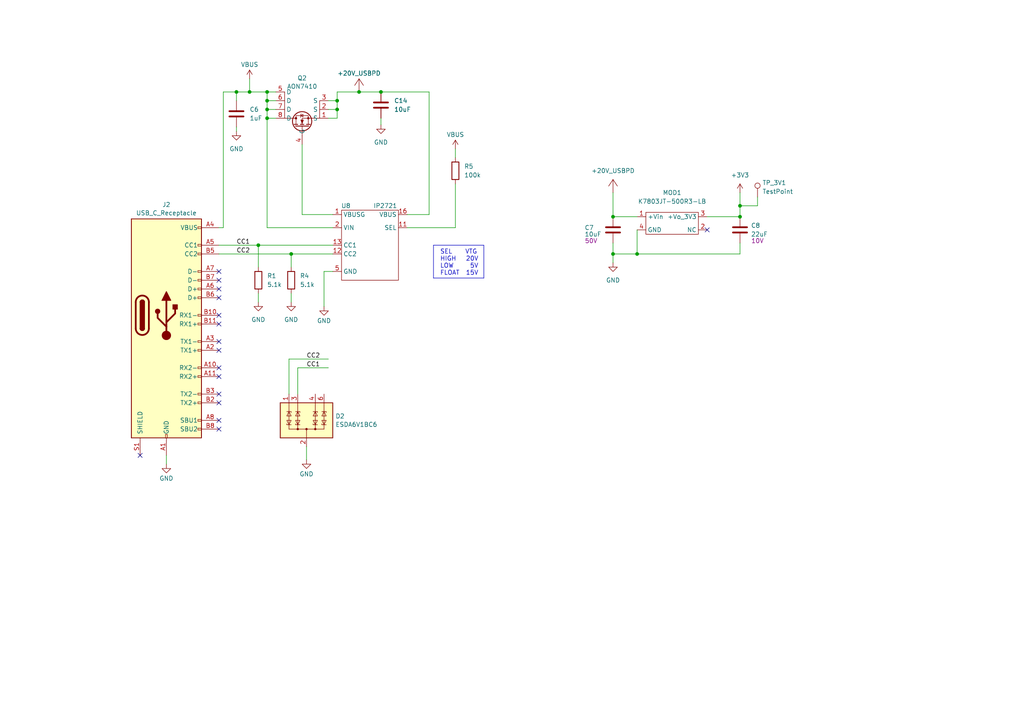
<source format=kicad_sch>
(kicad_sch (version 20230121) (generator eeschema)
  (paper "A4")
  (lib_symbols
    (symbol "Connector:TestPoint" (pin_numbers hide) (pin_names (offset 0.762) hide)
      (property "Reference" "TP" (at 0 6.858 0))
      (property "Value" "TestPoint" (at 0 5.08 0))
      (symbol "TestPoint_0_1"
        (circle (center 0 3.302) (radius 0.762))
      )
      (symbol "TestPoint_1_1"
        (pin passive line (at 0 0 90) (length 2.54) (name "1") (number "1"))
      )
    )
    (symbol "Connector:USB_C_Receptacle" (pin_names (offset 1.016))
      (property "Reference" "J" (at -10.16 29.21 0))
      (property "Value" "USB_C_Receptacle" (at 10.16 29.21 0))
      (symbol "USB_C_Receptacle_0_0"
        (rectangle (start -0.254 -35.56) (end 0.254 -34.544))
        (rectangle (start 10.16 -32.766) (end 9.144 -33.274))
        (rectangle (start 10.16 -30.226) (end 9.144 -30.734))
        (rectangle (start 10.16 -25.146) (end 9.144 -25.654))
        (rectangle (start 10.16 -22.606) (end 9.144 -23.114))
        (rectangle (start 10.16 -17.526) (end 9.144 -18.034))
        (rectangle (start 10.16 -14.986) (end 9.144 -15.494))
        (rectangle (start 10.16 -9.906) (end 9.144 -10.414))
        (rectangle (start 10.16 -7.366) (end 9.144 -7.874))
        (rectangle (start 10.16 -2.286) (end 9.144 -2.794))
        (rectangle (start 10.16 0.254) (end 9.144 -0.254))
        (rectangle (start 10.16 5.334) (end 9.144 4.826))
        (rectangle (start 10.16 7.874) (end 9.144 7.366))
        (rectangle (start 10.16 10.414) (end 9.144 9.906))
        (rectangle (start 10.16 12.954) (end 9.144 12.446))
        (rectangle (start 10.16 18.034) (end 9.144 17.526))
        (rectangle (start 10.16 20.574) (end 9.144 20.066))
        (rectangle (start 10.16 25.654) (end 9.144 25.146))
      )
      (symbol "USB_C_Receptacle_0_1"
        (rectangle (start -10.16 27.94) (end 10.16 -35.56) (stroke (width 0.254)) (fill (type background)))
        (arc (start -8.89 -3.81) (mid -6.985 -5.7067) (end -5.08 -3.81) (stroke (width 0.508)))
        (arc (start -7.62 -3.81) (mid -6.985 -4.4423) (end -6.35 -3.81) (stroke (width 0.254)))
        (arc (start -7.62 -3.81) (mid -6.985 -4.4423) (end -6.35 -3.81) (stroke (width 0.254)) (fill (type outline)))
        (rectangle (start -7.62 -3.81) (end -6.35 3.81) (stroke (width 0.254)) (fill (type outline)))
        (arc (start -6.35 3.81) (mid -6.985 4.4423) (end -7.62 3.81) (stroke (width 0.254)))
        (arc (start -6.35 3.81) (mid -6.985 4.4423) (end -7.62 3.81) (stroke (width 0.254)) (fill (type outline)))
        (arc (start -5.08 3.81) (mid -6.985 5.7067) (end -8.89 3.81) (stroke (width 0.508)))
        (polyline (pts (xy -8.89 -3.81) (xy -8.89 3.81)) (stroke (width 0.508)))
        (polyline (pts (xy -5.08 3.81) (xy -5.08 -3.81)) (stroke (width 0.508)))
      )
      (symbol "USB_C_Receptacle_1_1"
        (circle (center -2.54 1.143) (radius 0.635) (stroke (width 0.254)) (fill (type outline)))
        (circle (center 0 -5.842) (radius 1.27) (fill (type outline)))
        (polyline (pts (xy 0 -5.842) (xy 0 4.318)) (stroke (width 0.508)))
        (polyline (pts (xy 0 -3.302) (xy -2.54 -0.762) (xy -2.54 0.508)) (stroke (width 0.508)))
        (polyline (pts (xy 0 -2.032) (xy 2.54 0.508) (xy 2.54 1.778)) (stroke (width 0.508)))
        (polyline (pts (xy -1.27 4.318) (xy 0 6.858) (xy 1.27 4.318) (xy -1.27 4.318)) (stroke (width 0.254)) (fill (type outline)))
        (rectangle (start 1.905 1.778) (end 3.175 3.048) (stroke (width 0.254)) (fill (type outline)))
        (pin passive line (at 0 -40.64 90) (length 5.08) (name "GND") (number "A1"))
        (pin bidirectional line (at 15.24 -15.24 180) (length 5.08) (name "RX2-") (number "A10"))
        (pin bidirectional line (at 15.24 -17.78 180) (length 5.08) (name "RX2+") (number "A11"))
        (pin passive line (at 0 -40.64 90) (length 5.08) hide (name "GND") (number "A12"))
        (pin bidirectional line (at 15.24 -10.16 180) (length 5.08) (name "TX1+") (number "A2"))
        (pin bidirectional line (at 15.24 -7.62 180) (length 5.08) (name "TX1-") (number "A3"))
        (pin passive line (at 15.24 25.4 180) (length 5.08) (name "VBUS") (number "A4"))
        (pin bidirectional line (at 15.24 20.32 180) (length 5.08) (name "CC1") (number "A5"))
        (pin bidirectional line (at 15.24 7.62 180) (length 5.08) (name "D+") (number "A6"))
        (pin bidirectional line (at 15.24 12.7 180) (length 5.08) (name "D-") (number "A7"))
        (pin bidirectional line (at 15.24 -30.48 180) (length 5.08) (name "SBU1") (number "A8"))
        (pin passive line (at 15.24 25.4 180) (length 5.08) hide (name "VBUS") (number "A9"))
        (pin passive line (at 0 -40.64 90) (length 5.08) hide (name "GND") (number "B1"))
        (pin bidirectional line (at 15.24 0 180) (length 5.08) (name "RX1-") (number "B10"))
        (pin bidirectional line (at 15.24 -2.54 180) (length 5.08) (name "RX1+") (number "B11"))
        (pin passive line (at 0 -40.64 90) (length 5.08) hide (name "GND") (number "B12"))
        (pin bidirectional line (at 15.24 -25.4 180) (length 5.08) (name "TX2+") (number "B2"))
        (pin bidirectional line (at 15.24 -22.86 180) (length 5.08) (name "TX2-") (number "B3"))
        (pin passive line (at 15.24 25.4 180) (length 5.08) hide (name "VBUS") (number "B4"))
        (pin bidirectional line (at 15.24 17.78 180) (length 5.08) (name "CC2") (number "B5"))
        (pin bidirectional line (at 15.24 5.08 180) (length 5.08) (name "D+") (number "B6"))
        (pin bidirectional line (at 15.24 10.16 180) (length 5.08) (name "D-") (number "B7"))
        (pin bidirectional line (at 15.24 -33.02 180) (length 5.08) (name "SBU2") (number "B8"))
        (pin passive line (at 15.24 25.4 180) (length 5.08) hide (name "VBUS") (number "B9"))
        (pin passive line (at -7.62 -40.64 90) (length 5.08) (name "SHIELD") (number "S1"))
      )
    )
    (symbol "Device:C" (pin_numbers hide) (pin_names (offset 0.254))
      (property "Reference" "C" (at 0.635 2.54 0))
      (property "Value" "C" (at 0.635 -2.54 0))
      (symbol "C_0_1"
        (polyline (pts (xy -2.032 -0.762) (xy 2.032 -0.762)) (stroke (width 0.508)))
        (polyline (pts (xy -2.032 0.762) (xy 2.032 0.762)) (stroke (width 0.508)))
      )
      (symbol "C_1_1"
        (pin passive line (at 0 3.81 270) (length 2.794) (name "~") (number "1"))
        (pin passive line (at 0 -3.81 90) (length 2.794) (name "~") (number "2"))
      )
    )
    (symbol "Device:R" (pin_numbers hide) (pin_names (offset 0))
      (property "Reference" "R" (at 2.032 0 90))
      (property "Value" "R" (at 0 0 90))
      (symbol "R_0_1"
        (rectangle (start -1.016 -2.54) (end 1.016 2.54) (stroke (width 0.254)))
      )
      (symbol "R_1_1"
        (pin passive line (at 0 3.81 270) (length 1.27) (name "~") (number "1"))
        (pin passive line (at 0 -3.81 90) (length 1.27) (name "~") (number "2"))
      )
    )
    (symbol "GND_1" (power) (pin_names (offset 0))
      (property "Value" "GND_1" (at 0 -3.81 0))
      (symbol "GND_1_0_1"
        (polyline (pts (xy 0 0) (xy 0 -1.27) (xy 1.27 -1.27) (xy 0 -2.54) (xy -1.27 -1.27) (xy 0 -1.27)))
      )
      (symbol "GND_1_1_1"
        (pin power_in line (at 0 0 270) (length 0) hide (name "GND") (number "1"))
      )
    )
    (symbol "GND_2" (power) (pin_names (offset 0))
      (property "Value" "GND_2" (at 0 -3.81 0))
      (symbol "GND_2_0_1"
        (polyline (pts (xy 0 0) (xy 0 -1.27) (xy 1.27 -1.27) (xy 0 -2.54) (xy -1.27 -1.27) (xy 0 -1.27)))
      )
      (symbol "GND_2_1_1"
        (pin power_in line (at 0 0 270) (length 0) hide (name "GND") (number "1"))
      )
    )
    (symbol "GND_3" (power) (pin_names (offset 0))
      (property "Value" "GND_3" (at 0 -3.81 0))
      (symbol "GND_3_0_1"
        (polyline (pts (xy 0 0) (xy 0 -1.27) (xy 1.27 -1.27) (xy 0 -2.54) (xy -1.27 -1.27) (xy 0 -1.27)))
      )
      (symbol "GND_3_1_1"
        (pin power_in line (at 0 0 270) (length 0) hide (name "GND") (number "1"))
      )
    )
    (symbol "GND_5" (power) (pin_names (offset 0))
      (property "Value" "GND_5" (at 0 -3.81 0))
      (symbol "GND_5_0_1"
        (polyline (pts (xy 0 0) (xy 0 -1.27) (xy 1.27 -1.27) (xy 0 -2.54) (xy -1.27 -1.27) (xy 0 -1.27)))
      )
      (symbol "GND_5_1_1"
        (pin power_in line (at 0 0 270) (length 0) hide (name "GND") (number "1"))
      )
    )
    (symbol "PDHV_sym:+20V_USBPD" (power) (in_bom no) (on_board no)
      (property "Value" "+20V_USBPD" (at 0 5.08 0))
      (symbol "+20V_USBPD_0_1"
        (polyline (pts (xy 0 0) (xy 0 3.81)))
        (polyline (pts (xy 0 3.81) (xy -1.27 1.905)))
        (polyline (pts (xy 0 3.81) (xy 1.27 1.905)))
      )
      (symbol "+20V_USBPD_1_1"
        (pin power_in line (at 0 0 90) (length 2.54) hide (name "+20V_USBPD") (number "1"))
      )
    )
    (symbol "PDHV_sym:AON7410"
      (property "Reference" "Q" (at -6.35 5.08 0))
      (property "Value" "AON7410" (at -6.35 7.62 0))
      (symbol "AON7410_0_0"
        (pin passive line (at -6.35 0 0) (length 2.54) (name "G") (number "4"))
        (pin passive line (at 8.89 7.62 270) (length 2.54) (name "D") (number "5"))
        (pin passive line (at 6.35 7.62 270) (length 2.54) (name "D") (number "6"))
        (pin passive line (at 3.81 7.62 270) (length 2.54) (name "D") (number "7"))
        (pin passive line (at 1.27 7.62 270) (length 2.54) (name "D") (number "8"))
      )
      (symbol "AON7410_0_1"
        (polyline (pts (xy -1.016 0) (xy -3.81 0)))
        (polyline (pts (xy -1.016 1.905) (xy -1.016 -1.905)) (stroke (width 0.254)))
        (polyline (pts (xy -0.508 -1.27) (xy -0.508 -2.286)) (stroke (width 0.254)))
        (polyline (pts (xy -0.508 0.508) (xy -0.508 -0.508)) (stroke (width 0.254)))
        (polyline (pts (xy -0.508 2.286) (xy -0.508 1.27)) (stroke (width 0.254)))
        (polyline (pts (xy 1.27 2.54) (xy 1.27 1.778)))
        (polyline (pts (xy 1.27 -2.54) (xy 1.27 0) (xy -0.508 0)))
        (polyline (pts (xy 6.35 -5.08) (xy 1.27 -5.08) (xy 1.27 -2.54)))
        (polyline (pts (xy 8.89 5.08) (xy 1.27 5.08) (xy 1.27 2.54)))
        (polyline (pts (xy -0.508 -1.778) (xy 2.032 -1.778) (xy 2.032 1.778) (xy -0.508 1.778)))
        (polyline (pts (xy -0.254 0) (xy 0.762 0.381) (xy 0.762 -0.381) (xy -0.254 0)) (fill (type outline)))
        (polyline (pts (xy 1.524 0.508) (xy 1.651 0.381) (xy 2.413 0.381) (xy 2.54 0.254)))
        (polyline (pts (xy 2.032 0.381) (xy 1.651 -0.254) (xy 2.413 -0.254) (xy 2.032 0.381)))
        (circle (center 0.381 0) (radius 2.794) (stroke (width 0.254)))
        (circle (center 1.27 -1.778) (radius 0.254) (fill (type outline)))
        (circle (center 1.27 1.778) (radius 0.254) (fill (type outline)))
      )
      (symbol "AON7410_1_1"
        (pin passive line (at 1.27 -7.62 90) (length 2.54) (name "S") (number "1"))
        (pin input line (at 3.81 -7.62 90) (length 2.54) (name "S") (number "2"))
        (pin passive line (at 6.35 -7.62 90) (length 2.54) (name "S") (number "3"))
      )
    )
    (symbol "PDHV_sym:K7803JT-500R3-LB"
      (property "Reference" "MOD" (at -5.08 1.27 0))
      (property "Value" "K7803JT-500R3-LB" (at 0 3.81 0))
      (symbol "K7803JT-500R3-LB_0_0"
        (pin unspecified line (at -10.16 -1.27 0) (length 2.54) (name "+Vin") (number "1"))
        (pin unspecified line (at 10.16 -5.08 180) (length 2.54) (name "NC") (number "2"))
        (pin unspecified line (at 10.16 -1.27 180) (length 2.54) (name "+Vo_3V3") (number "3"))
        (pin unspecified line (at -10.16 -5.08 0) (length 2.54) (name "GND") (number "4"))
      )
      (symbol "K7803JT-500R3-LB_0_1"
        (rectangle (start -7.62 0) (end 7.62 -6.35))
      )
    )
    (symbol "Power_Protection:ESDA6V1BC6" (pin_names hide)
      (property "Reference" "D" (at -2.54 -6.35 0))
      (property "Value" "ESDA6V1BC6" (at 1.27 -6.35 0))
      (symbol "ESDA6V1BC6_0_0"
        (pin passive line (at 0 -7.62 90) (length 2.54) (name "COM") (number "2"))
      )
      (symbol "ESDA6V1BC6_0_1"
        (rectangle (start -7.62 5.08) (end 7.62 -5.08) (stroke (width 0.254)) (fill (type background)))
        (circle (center -2.54 -2.54) (radius 0.254) (fill (type outline)))
        (circle (center 0 -2.54) (radius 0.254) (fill (type outline)))
        (polyline (pts (xy -5.08 -2.54) (xy -5.08 -1.27)))
        (polyline (pts (xy -5.08 -2.54) (xy 5.08 -2.54)))
        (polyline (pts (xy -5.08 2.54) (xy -5.08 -1.27)))
        (polyline (pts (xy -5.08 5.08) (xy -5.08 2.54)))
        (polyline (pts (xy -2.54 -2.54) (xy -2.54 -1.27)))
        (polyline (pts (xy -2.54 2.54) (xy -2.54 -1.27)))
        (polyline (pts (xy -2.54 5.08) (xy -2.54 2.54)))
        (polyline (pts (xy 0 -2.54) (xy 0 -5.08)))
        (polyline (pts (xy 2.54 -2.54) (xy 2.54 -1.27)))
        (polyline (pts (xy 2.54 2.54) (xy 2.54 -1.27)))
        (polyline (pts (xy 2.54 5.08) (xy 2.54 2.54)))
        (polyline (pts (xy 5.08 -2.54) (xy 5.08 -1.27)))
        (polyline (pts (xy 5.08 2.54) (xy 5.08 -1.27)))
        (polyline (pts (xy 5.08 5.08) (xy 5.08 2.54)))
        (polyline (pts (xy -5.715 -1.016) (xy -5.715 -1.27) (xy -4.445 -1.27)))
        (polyline (pts (xy -5.715 2.54) (xy -4.445 2.54) (xy -4.445 2.286)))
        (polyline (pts (xy -3.175 -1.016) (xy -3.175 -1.27) (xy -1.905 -1.27)))
        (polyline (pts (xy -3.175 2.54) (xy -1.905 2.54) (xy -1.905 2.286)))
        (polyline (pts (xy 1.905 -1.016) (xy 1.905 -1.27) (xy 3.175 -1.27)))
        (polyline (pts (xy 1.905 2.54) (xy 3.175 2.54) (xy 3.175 2.286)))
        (polyline (pts (xy 4.445 -1.016) (xy 4.445 -1.27) (xy 5.715 -1.27)))
        (polyline (pts (xy 4.445 2.54) (xy 5.715 2.54) (xy 5.715 2.286)))
        (polyline (pts (xy -5.08 -1.27) (xy -5.715 0) (xy -4.445 0) (xy -5.08 -1.27)))
        (polyline (pts (xy -5.08 2.54) (xy -4.445 1.27) (xy -5.715 1.27) (xy -5.08 2.54)))
        (polyline (pts (xy -2.54 -1.27) (xy -3.175 0) (xy -1.905 0) (xy -2.54 -1.27)))
        (polyline (pts (xy -2.54 2.54) (xy -1.905 1.27) (xy -3.175 1.27) (xy -2.54 2.54)))
        (polyline (pts (xy 2.54 -1.27) (xy 1.905 0) (xy 3.175 0) (xy 2.54 -1.27)))
        (polyline (pts (xy 2.54 2.54) (xy 3.175 1.27) (xy 1.905 1.27) (xy 2.54 2.54)))
        (polyline (pts (xy 5.08 -1.27) (xy 4.445 0) (xy 5.715 0) (xy 5.08 -1.27)))
        (polyline (pts (xy 5.08 2.54) (xy 5.715 1.27) (xy 4.445 1.27) (xy 5.08 2.54)))
        (circle (center 2.54 -2.54) (radius 0.254) (fill (type outline)))
      )
      (symbol "ESDA6V1BC6_1_1"
        (pin passive line (at -5.08 7.62 270) (length 2.54) (name "TVS1") (number "1"))
        (pin passive line (at -2.54 7.62 270) (length 2.54) (name "TVS2") (number "3"))
        (pin passive line (at 2.54 7.62 270) (length 2.54) (name "TVS3") (number "4"))
        (pin passive line (at 0 -7.62 90) (length 2.54) hide (name "COM") (number "5"))
        (pin passive line (at 5.08 7.62 270) (length 2.54) (name "TVS4") (number "6"))
      )
    )
    (symbol "power:+3V3" (power) (pin_names (offset 0))
      (property "Value" "+3V3" (at 0 3.556 0))
      (symbol "+3V3_0_1"
        (polyline (pts (xy -0.762 1.27) (xy 0 2.54)))
        (polyline (pts (xy 0 0) (xy 0 2.54)))
        (polyline (pts (xy 0 2.54) (xy 0.762 1.27)))
      )
      (symbol "+3V3_1_1"
        (pin power_in line (at 0 0 90) (length 0) hide (name "+3V3") (number "1"))
      )
    )
    (symbol "power:GND" (power) (pin_names (offset 0))
      (property "Value" "GND" (at 0 -3.81 0))
      (symbol "GND_0_1"
        (polyline (pts (xy 0 0) (xy 0 -1.27) (xy 1.27 -1.27) (xy 0 -2.54) (xy -1.27 -1.27) (xy 0 -1.27)))
      )
      (symbol "GND_1_1"
        (pin power_in line (at 0 0 270) (length 0) hide (name "GND") (number "1"))
      )
    )
    (symbol "power:VBUS" (power) (pin_names (offset 0))
      (property "Value" "VBUS" (at 0 3.81 0))
      (symbol "VBUS_0_1"
        (polyline (pts (xy -0.762 1.27) (xy 0 2.54)))
        (polyline (pts (xy 0 0) (xy 0 2.54)))
        (polyline (pts (xy 0 2.54) (xy 0.762 1.27)))
      )
      (symbol "VBUS_1_1"
        (pin power_in line (at 0 0 90) (length 0) hide (name "VBUS") (number "1"))
      )
    )
    (symbol "project_assorted:IP2721"
      (property "Reference" "U" (at -5.08 2.54 0))
      (symbol "IP2721_0_0"
        (pin unspecified line (at -10.16 0 0) (length 2.54) (name "VBUSG") (number "1"))
        (pin unspecified line (at 11.43 -3.81 180) (length 2.54) (name "SEL") (number "11"))
        (pin unspecified line (at -10.16 -11.43 0) (length 2.54) (name "CC2") (number "12"))
        (pin unspecified line (at -10.16 -8.89 0) (length 2.54) (name "CC1") (number "13"))
        (pin unspecified line (at 11.43 0 180) (length 2.54) (name "VBUS") (number "16"))
        (pin unspecified line (at -10.16 -3.81 0) (length 2.54) (name "VIN") (number "2"))
        (pin unspecified line (at -10.16 -16.51 0) (length 2.54) (name "GND") (number "5"))
      )
      (symbol "IP2721_0_1"
        (rectangle (start -7.62 1.27) (end 8.89 -19.05))
      )
    )
  )
  (junction (at 97.79 29.21))
  (junction (at 184.785 73.66))
  (junction (at 214.63 59.69))
  (junction (at 214.63 62.865))
  (junction (at 77.47 26.67))
  (junction (at 74.93 71.12))
  (junction (at 77.47 34.29))
  (junction (at 177.8 73.66))
  (junction (at 110.49 26.67))
  (junction (at 72.39 26.67))
  (junction (at 177.8 62.865))
  (junction (at 97.79 31.75))
  (junction (at 84.455 73.66))
  (junction (at 77.47 29.21))
  (junction (at 68.58 26.67))
  (junction (at 77.47 31.75))
  (junction (at 104.14 26.67))
  (no_connect (at 63.5 83.82))
  (no_connect (at 63.5 101.6))
  (no_connect (at 63.5 86.36))
  (no_connect (at 205.105 66.675))
  (no_connect (at 63.5 81.28))
  (no_connect (at 63.5 99.06))
  (no_connect (at 63.5 106.68))
  (no_connect (at 63.5 93.98))
  (no_connect (at 63.5 78.74))
  (no_connect (at 63.5 121.92))
  (no_connect (at 63.5 91.44))
  (no_connect (at 63.5 116.84))
  (no_connect (at 40.64 132.08))
  (no_connect (at 63.5 124.46))
  (no_connect (at 63.5 109.22))
  (no_connect (at 63.5 114.3))
  (polyline (pts (xy 125.73 71.12) (xy 125.73 80.645)))
  (wire (pts (xy 97.79 31.75) (xy 97.79 34.29)))
  (wire (pts (xy 48.26 132.08) (xy 48.26 134.62)))
  (wire (pts (xy 104.14 26.67) (xy 110.49 26.67)))
  (wire (pts (xy 84.455 77.47) (xy 84.455 73.66)))
  (wire (pts (xy 110.49 26.67) (xy 124.46 26.67)))
  (wire (pts (xy 64.77 26.67) (xy 64.77 66.04)))
  (wire (pts (xy 83.82 104.14) (xy 95.25 104.14)))
  (wire (pts (xy 83.82 104.14) (xy 83.82 114.3)))
  (wire (pts (xy 118.11 62.23) (xy 124.46 62.23)))
  (wire (pts (xy 77.47 34.29) (xy 77.47 66.04)))
  (wire (pts (xy 177.8 70.485) (xy 177.8 73.66)))
  (wire (pts (xy 88.9 129.54) (xy 88.9 133.35)))
  (wire (pts (xy 63.5 71.12) (xy 74.93 71.12)))
  (wire (pts (xy 177.8 73.66) (xy 177.8 76.2)))
  (wire (pts (xy 87.63 41.91) (xy 87.63 62.23)))
  (wire (pts (xy 87.63 62.23) (xy 96.52 62.23)))
  (wire (pts (xy 63.5 66.04) (xy 64.77 66.04)))
  (wire (pts (xy 84.455 87.63) (xy 84.455 85.09)))
  (wire (pts (xy 214.63 62.865) (xy 205.105 62.865)))
  (wire (pts (xy 97.79 26.67) (xy 104.14 26.67)))
  (wire (pts (xy 97.79 26.67) (xy 97.79 29.21)))
  (wire (pts (xy 177.8 62.865) (xy 184.785 62.865)))
  (wire (pts (xy 77.47 31.75) (xy 77.47 34.29)))
  (wire (pts (xy 77.47 29.21) (xy 77.47 31.75)))
  (wire (pts (xy 77.47 29.21) (xy 80.01 29.21)))
  (wire (pts (xy 132.08 53.34) (xy 132.08 66.04)))
  (polyline (pts (xy 125.73 80.645) (xy 140.335 80.645)))
  (polyline (pts (xy 140.335 80.645) (xy 140.335 71.12)))
  (wire (pts (xy 214.63 55.88) (xy 214.63 59.69)))
  (wire (pts (xy 110.49 34.29) (xy 110.49 36.195)))
  (wire (pts (xy 95.25 31.75) (xy 97.79 31.75)))
  (wire (pts (xy 93.98 78.74) (xy 93.98 88.9)))
  (wire (pts (xy 68.58 26.67) (xy 72.39 26.67)))
  (wire (pts (xy 77.47 34.29) (xy 80.01 34.29)))
  (wire (pts (xy 74.93 87.63) (xy 74.93 85.09)))
  (wire (pts (xy 132.08 43.18) (xy 132.08 45.72)))
  (wire (pts (xy 72.39 26.67) (xy 77.47 26.67)))
  (wire (pts (xy 77.47 66.04) (xy 96.52 66.04)))
  (wire (pts (xy 97.79 29.21) (xy 97.79 31.75)))
  (wire (pts (xy 124.46 26.67) (xy 124.46 62.23)))
  (wire (pts (xy 72.39 22.86) (xy 72.39 26.67)))
  (wire (pts (xy 214.63 70.485) (xy 214.63 73.66)))
  (wire (pts (xy 184.785 73.66) (xy 214.63 73.66)))
  (wire (pts (xy 86.36 106.68) (xy 95.25 106.68)))
  (wire (pts (xy 219.71 57.15) (xy 219.71 59.69)))
  (wire (pts (xy 177.8 73.66) (xy 184.785 73.66)))
  (wire (pts (xy 95.25 34.29) (xy 97.79 34.29)))
  (wire (pts (xy 63.5 73.66) (xy 84.455 73.66)))
  (wire (pts (xy 86.36 106.68) (xy 86.36 114.3)))
  (wire (pts (xy 84.455 73.66) (xy 96.52 73.66)))
  (wire (pts (xy 184.785 73.66) (xy 184.785 66.675)))
  (polyline (pts (xy 125.73 71.12) (xy 140.335 71.12)))
  (wire (pts (xy 219.71 59.69) (xy 214.63 59.69)))
  (wire (pts (xy 68.58 36.83) (xy 68.58 38.1)))
  (wire (pts (xy 74.93 71.12) (xy 96.52 71.12)))
  (wire (pts (xy 64.77 26.67) (xy 68.58 26.67)))
  (wire (pts (xy 77.47 26.67) (xy 77.47 29.21)))
  (wire (pts (xy 214.63 59.69) (xy 214.63 62.865)))
  (wire (pts (xy 74.93 71.12) (xy 74.93 77.47)))
  (wire (pts (xy 68.58 26.67) (xy 68.58 29.21)))
  (wire (pts (xy 77.47 26.67) (xy 80.01 26.67)))
  (wire (pts (xy 77.47 31.75) (xy 80.01 31.75)))
  (wire (pts (xy 177.8 55.88) (xy 177.8 62.865)))
  (wire (pts (xy 93.98 78.74) (xy 96.52 78.74)))
  (wire (pts (xy 118.11 66.04) (xy 132.08 66.04)))
  (wire (pts (xy 95.25 29.21) (xy 97.79 29.21)))
  (text "SEL    VTG\nHIGH   20V\nLOW     5V\nFLOAT  15V" (at 127.635 80.01 0) (effects (font (size 1.27 1.27)) (justify left bottom)))
  (label "CC1" (at 68.58 71.12 0))
  (label "CC2" (at 68.58 73.66 0))
  (label "CC2" (at 88.9 104.14 0))
  (label "CC1" (at 88.9 106.68 0))
  (symbol (lib_id "PDHV_sym:AON7410") (at 87.63 35.56 90) (unit 1)
    (property "Reference" "Q2" (at 87.63 22.6527 90))
    (property "Value" "AON7410" (at 87.63 25.0769 90))
    (property "Footprint" "HPfootprint:DFN3X3A_8L_EPA1_P_AOS" (effects hide))
    (property "MPN" "AON7410" (effects hide))
  )
  (symbol (lib_id "Device:C") (at 110.49 30.48 0) (unit 1)
    (property "Reference" "C14" (at 114.3 29.2099 0) (effects (justify left)))
    (property "Value" "10uF" (at 114.3 31.7499 0) (effects (justify left)))
    (property "Footprint" "Capacitor_SMD:C_0805_2012Metric" (effects hide))
    (property "Voltage" "50V" (effects hide))
    (property "MPN" "GRM21BR61H106KE43L" (effects hide))
  )
  (symbol (lib_id "power:GND") (at 93.98 88.9 0) (unit 1)
    (property "Reference" "#PWR02" (effects hide))
    (property "Value" "GND" (at 93.98 93.0331 0))
  )
  (symbol (lib_id "Power_Protection:ESDA6V1BC6") (at 88.9 121.92 0) (unit 1)
    (property "Reference" "D2" (at 97.282 120.7079 0) (effects (justify left)))
    (property "Value" "ESDA6V1BC6" (at 97.282 123.1321 0) (effects (justify left)))
    (property "Footprint" "Package_TO_SOT_SMD:SOT-23-6" (effects hide))
    (property "Datasheet" "http://www.st.com/content/ccc/resource/technical/document/datasheet/21/07/21/e3/a8/df/42/a2/CD00001906.pdf/files/CD00001906.pdf/jcr:content/translations/en.CD00001906.pdf" (effects hide))
  )
  (symbol (lib_id "power:VBUS") (at 72.39 22.86 0) (unit 1)
    (property "Reference" "#PWR06" (effects hide))
    (property "Value" "VBUS" (at 72.39 18.7269 0))
  )
  (symbol (lib_id "power:GND") (at 110.49 36.195 0) (unit 1)
    (property "Reference" "#PWR060" (effects hide))
    (property "Value" "GND" (at 110.49 41.275 0))
  )
  (symbol (lib_id "power:GND") (at 48.26 134.62 0) (unit 1)
    (property "Reference" "#PWR01" (effects hide))
    (property "Value" "GND" (at 48.26 138.7531 0))
  )
  (symbol (lib_id "Device:C") (at 177.8 66.675 0) (unit 1)
    (property "Reference" "C7" (at 169.545 66.04 0) (effects (justify left)))
    (property "Value" "10uF" (at 169.545 67.945 0) (effects (justify left)))
    (property "Footprint" "Capacitor_SMD:C_0805_2012Metric" (effects hide))
    (property "Voltage" "50V" (at 171.45 69.85 0))
    (property "MPN" "GRM21BR61H106KE43L" (effects hide))
  )
  (symbol (lib_name "GND_3") (lib_id "power:GND") (at 84.455 87.63 0) (unit 1)
    (property "Reference" "#PWR062" (effects hide))
    (property "Value" "GND" (at 84.455 92.71 0))
  )
  (symbol (lib_name "GND_1") (lib_id "power:GND") (at 68.58 38.1 0) (unit 1)
    (property "Reference" "#PWR09" (effects hide))
    (property "Value" "GND" (at 68.58 43.18 0))
  )
  (symbol (lib_name "GND_2") (lib_id "power:GND") (at 177.8 76.2 0) (unit 1)
    (property "Reference" "#PWR011" (effects hide))
    (property "Value" "GND" (at 177.8 81.28 0))
  )
  (symbol (lib_id "Connector:TestPoint") (at 219.71 57.15 0) (unit 1)
    (property "Reference" "TP_3V1" (at 221.107 53.0133 0) (effects (justify left)))
    (property "Value" "TestPoint" (at 221.107 55.5502 0) (effects (justify left)))
    (property "Footprint" "TestPoint:TestPoint_Pad_D1.0mm" (effects hide))
  )
  (symbol (lib_id "PDHV_sym:K7803JT-500R3-LB") (at 194.945 61.595 0) (unit 1)
    (property "Reference" "MOD1" (at 194.945 55.88 0))
    (property "Value" "K7803JT-500R3-LB" (at 194.945 58.42 0))
    (property "Footprint" "HPfootprint:MORNSUN_K7803JT-500R3-LB" (effects hide))
    (property "MPN" "K7803JT-500R3-LB" (effects hide))
  )
  (symbol (lib_id "power:VBUS") (at 132.08 43.18 0) (unit 1)
    (property "Reference" "#PWR08" (effects hide))
    (property "Value" "VBUS" (at 132.08 39.0469 0))
  )
  (symbol (lib_id "PDHV_sym:+20V_USBPD") (at 104.14 26.67 0) (unit 1) (in_bom no) (on_board no)
    (property "Reference" "#PWR07" (effects hide))
    (property "Value" "+20V_USBPD" (at 104.14 21.2669 0))
  )
  (symbol (lib_id "Connector:USB_C_Receptacle") (at 48.26 91.44 0) (unit 1)
    (property "Reference" "J2" (at 48.26 59.3557 0))
    (property "Value" "USB_C_Receptacle" (at 48.26 61.7799 0))
    (property "Footprint" "Connector_USB:USB_C_Receptacle_JAE_DX07S016JA1R1500" (effects hide))
    (property "Datasheet" "https://www.usb.org/sites/default/files/documents/usb_type-c.zip" (effects hide))
    (property "MPN" "DX07S016JA1R1500" (effects hide))
  )
  (symbol (lib_id "Device:R") (at 132.08 49.53 0) (unit 1)
    (property "Reference" "R5" (at 134.62 48.2599 0) (effects (justify left)))
    (property "Value" "100k" (at 134.62 50.7999 0) (effects (justify left)))
    (property "Footprint" "Resistor_SMD:R_0603_1608Metric" (effects hide))
    (property "Digikey PN" "RMCF0603JG100KCT-ND" (effects hide))
    (property "MPN" "RMCF0603JG100K" (effects hide))
  )
  (symbol (lib_id "power:GND") (at 88.9 133.35 0) (unit 1)
    (property "Reference" "#PWR05" (effects hide))
    (property "Value" "GND" (at 88.9 137.4831 0))
  )
  (symbol (lib_id "Device:R") (at 84.455 81.28 0) (unit 1)
    (property "Reference" "R4" (at 86.995 80.0099 0) (effects (justify left)))
    (property "Value" "5.1k" (at 86.995 82.5499 0) (effects (justify left)))
    (property "Footprint" "Resistor_SMD:R_0603_1608Metric" (effects hide))
    (property "Digikey PN" "RMCF0603FT5K10CT-ND" (effects hide))
    (property "MPN" "RMCF0603FT5K10" (effects hide))
    (property "Tol" "1%" (effects hide))
  )
  (symbol (lib_id "power:+3V3") (at 214.63 55.88 0) (unit 1)
    (property "Reference" "#PWR027" (effects hide))
    (property "Value" "+3V3" (at 214.63 50.8 0))
    (instances (project "HPcontroller" (path "" (reference "#PWR027") (unit 1)) (path "" (reference "#PWR016") (unit 1))))
  )
  (symbol (lib_id "Device:C") (at 68.58 33.02 0) (unit 1)
    (property "Reference" "C6" (at 72.39 31.7499 0) (effects (justify left)))
    (property "Value" "1uF" (at 72.39 34.2899 0) (effects (justify left)))
    (property "Footprint" "Capacitor_SMD:C_0603_1608Metric" (effects hide))
    (property "Voltage" "25V" (effects hide))
    (property "MPN" "UMK107BJ105KA-T" (effects hide))
  )
  (symbol (lib_id "Device:R") (at 74.93 81.28 0) (unit 1)
    (property "Reference" "R1" (at 77.47 80.0099 0) (effects (justify left)))
    (property "Value" "5.1k" (at 77.47 82.5499 0) (effects (justify left)))
    (property "Footprint" "Resistor_SMD:R_0603_1608Metric" (effects hide))
    (property "Digikey PN" "RMCF0603FT5K10CT-ND" (effects hide))
    (property "MPN" "RMCF0603FT5K10" (effects hide))
    (property "Tol" "1%" (effects hide))
  )
  (symbol (lib_id "Device:C") (at 214.63 66.675 0) (unit 1)
    (property "Reference" "C8" (at 217.805 65.4049 0) (effects (justify left)))
    (property "Value" "22uF" (at 217.805 67.9449 0) (effects (justify left)))
    (property "Footprint" "Capacitor_SMD:C_0603_1608Metric" (effects hide))
    (property "Voltage" "10V" (at 219.71 69.85 0))
    (property "MPN" "CL10A226MP8NUNE" (effects hide))
  )
  (symbol (lib_name "GND_5") (lib_id "power:GND") (at 74.93 87.63 0) (unit 1)
    (property "Reference" "#PWR061" (effects hide))
    (property "Value" "GND" (at 74.93 92.71 0))
  )
  (symbol (lib_id "project_assorted:IP2721") (at 106.68 62.23 0) (unit 1)
    (property "Reference" "U8" (at 100.33 59.69 0))
    (property "Value" "IP2721" (at 111.76 59.69 0))
    (property "Footprint" "Package_SO:TSSOP-16_4.4x5mm_P0.65mm" (effects hide))
  )
  (symbol (lib_id "PDHV_sym:+20V_USBPD") (at 177.8 55.88 0) (unit 1) (in_bom no) (on_board no)
    (property "Reference" "#PWR010" (effects hide))
    (property "Value" "+20V_USBPD" (at 177.8 49.53 0))
  )
)
</source>
